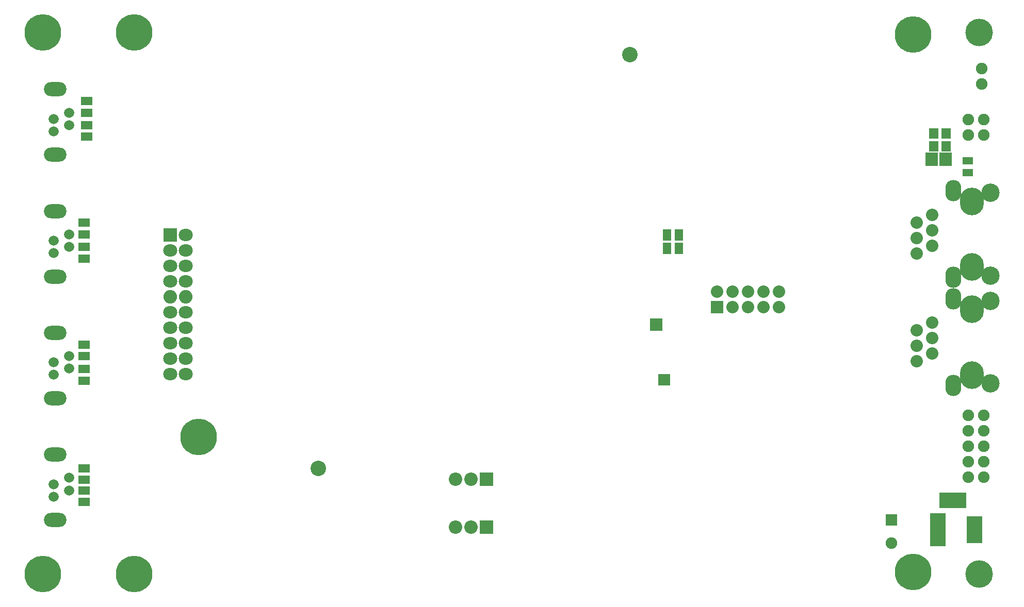
<source format=gbs>
G04 #@! TF.FileFunction,Soldermask,Bot*
%FSLAX46Y46*%
G04 Gerber Fmt 4.6, Leading zero omitted, Abs format (unit mm)*
G04 Created by KiCad (PCBNEW 4.0.4+e1-6308~48~ubuntu15.10.1-stable) date Wed Aug 23 09:17:44 2017*
%MOMM*%
%LPD*%
G01*
G04 APERTURE LIST*
%ADD10C,0.150000*%
%ADD11C,6.008000*%
%ADD12C,4.508000*%
%ADD13R,1.397000X1.905000*%
%ADD14R,1.905000X1.397000*%
%ADD15C,1.908000*%
%ADD16C,2.540000*%
%ADD17C,1.668000*%
%ADD18O,3.708000X2.308000*%
%ADD19R,2.235200X2.235200*%
%ADD20O,2.308000X2.008000*%
%ADD21O,2.235200X2.235200*%
%ADD22R,1.208000X1.208000*%
%ADD23R,2.032000X2.032000*%
%ADD24C,2.032000*%
%ADD25R,4.508500X2.506980*%
%ADD26R,2.506980X4.508500*%
%ADD27R,2.506980X5.509260*%
%ADD28R,1.905000X1.905000*%
%ADD29C,1.905000*%
%ADD30R,1.508000X1.758000*%
%ADD31R,2.057400X2.308860*%
%ADD32R,1.808000X1.208000*%
%ADD33R,2.208000X2.208000*%
%ADD34O,2.208000X2.208000*%
%ADD35O,2.608000X3.508000*%
%ADD36O,3.908000X4.543000*%
%ADD37C,3.008000*%
G04 APERTURE END LIST*
D10*
D11*
X208560900Y-51362000D03*
X80710000Y-51020000D03*
X80710000Y-140020000D03*
D12*
X219380000Y-140020000D03*
X219380000Y-51020000D03*
D11*
X65710000Y-140020000D03*
X65710000Y-51020000D03*
X208560900Y-139678000D03*
D13*
X168219500Y-86478600D03*
X170124500Y-86478600D03*
X168219500Y-84243400D03*
X170124500Y-84243400D03*
D14*
X72517000Y-84162900D03*
X72517000Y-82257900D03*
X72517000Y-86220300D03*
X72517000Y-88125300D03*
X72898000Y-64198500D03*
X72898000Y-62293500D03*
X72898000Y-66230500D03*
X72898000Y-68135500D03*
X72517000Y-124498100D03*
X72517000Y-122593100D03*
X72517000Y-126225300D03*
X72517000Y-128130300D03*
X72517000Y-104178100D03*
X72517000Y-102273100D03*
X72517000Y-106311700D03*
X72517000Y-108216700D03*
D15*
X220186200Y-67850000D03*
X217646200Y-67850000D03*
X220186200Y-65310000D03*
X217646200Y-65310000D03*
X219820000Y-56950000D03*
X219820000Y-59490000D03*
D16*
X162050000Y-54660000D03*
X110980000Y-122600000D03*
D11*
X91287600Y-117449600D03*
D17*
X70081200Y-126230000D03*
X70081200Y-124190000D03*
X67531200Y-125210000D03*
X67531200Y-127250000D03*
D18*
X67731200Y-131100000D03*
X67731200Y-120340000D03*
D17*
X70081200Y-106230000D03*
X70081200Y-104190000D03*
X67531200Y-105210000D03*
X67531200Y-107250000D03*
D18*
X67731200Y-111100000D03*
X67731200Y-100340000D03*
D17*
X70081200Y-86230000D03*
X70081200Y-84190000D03*
X67531200Y-85210000D03*
X67531200Y-87250000D03*
D18*
X67731200Y-91100000D03*
X67731200Y-80340000D03*
D17*
X70081200Y-66230000D03*
X70081200Y-64190000D03*
X67531200Y-65210000D03*
X67531200Y-67250000D03*
D18*
X67731200Y-71100000D03*
X67731200Y-60340000D03*
D19*
X86671200Y-84290000D03*
D20*
X89211200Y-84290000D03*
X86671200Y-86830000D03*
X89211200Y-86830000D03*
X86671200Y-89370000D03*
X89211200Y-89370000D03*
X86671200Y-91910000D03*
X89211200Y-91910000D03*
D21*
X86671200Y-94450000D03*
X89211200Y-94450000D03*
D20*
X86671200Y-96990000D03*
X89211200Y-96990000D03*
X86671200Y-99530000D03*
X89211200Y-99530000D03*
X86671200Y-102070000D03*
X89211200Y-102070000D03*
X86671200Y-104610000D03*
X89211200Y-104610000D03*
X86671200Y-107150000D03*
X89211200Y-107150000D03*
D22*
X167358580Y-107691440D03*
X168058580Y-107691440D03*
X168058580Y-108391440D03*
X167358580Y-108391440D03*
D23*
X176427600Y-96162000D03*
D24*
X176427600Y-93622000D03*
X178967600Y-96162000D03*
X178967600Y-93622000D03*
X181507600Y-96162000D03*
X181507600Y-93622000D03*
X184047600Y-96162000D03*
X184047600Y-93622000D03*
X186587600Y-96162000D03*
X186587600Y-93622000D03*
D25*
X215099260Y-127899400D03*
D26*
X218599380Y-132700000D03*
D27*
X212599900Y-132700000D03*
D23*
X166407600Y-99042000D03*
D15*
X220186200Y-124080000D03*
X217646200Y-124080000D03*
X220186200Y-121540000D03*
X217646200Y-121540000D03*
X220186200Y-119000000D03*
X217646200Y-119000000D03*
X220186200Y-116460000D03*
X217646200Y-116460000D03*
X220186200Y-113920000D03*
X217646200Y-113920000D03*
D28*
X205000000Y-131095000D03*
D29*
X205000000Y-134905000D03*
D30*
X211950000Y-67550000D03*
X213950000Y-67550000D03*
X211950000Y-69700000D03*
X213950000Y-69700000D03*
D31*
X213926020Y-71800000D03*
X211573980Y-71800000D03*
D32*
X217576400Y-74000400D03*
X217576400Y-72100400D03*
D33*
X138580000Y-124440000D03*
D34*
X136040000Y-124440000D03*
X133500000Y-124440000D03*
D33*
X138580000Y-132275000D03*
D34*
X136040000Y-132275000D03*
X133500000Y-132275000D03*
D35*
X215164480Y-91254500D03*
X215164480Y-77029500D03*
D24*
X209144140Y-84746520D03*
X209144140Y-82206520D03*
X209144140Y-87286520D03*
X211684140Y-80936520D03*
X211684140Y-83476520D03*
X211684140Y-86016520D03*
D36*
X218211940Y-89539500D03*
X218214480Y-78744500D03*
D37*
X221261940Y-77362000D03*
X221261940Y-90922000D03*
D35*
X215164480Y-109004500D03*
X215164480Y-94779500D03*
D24*
X209144140Y-102496520D03*
X209144140Y-99956520D03*
X209144140Y-105036520D03*
X211684140Y-98686520D03*
X211684140Y-101226520D03*
X211684140Y-103766520D03*
D36*
X218211940Y-107289500D03*
X218214480Y-96494500D03*
D37*
X221261940Y-95112000D03*
X221261940Y-108672000D03*
M02*

</source>
